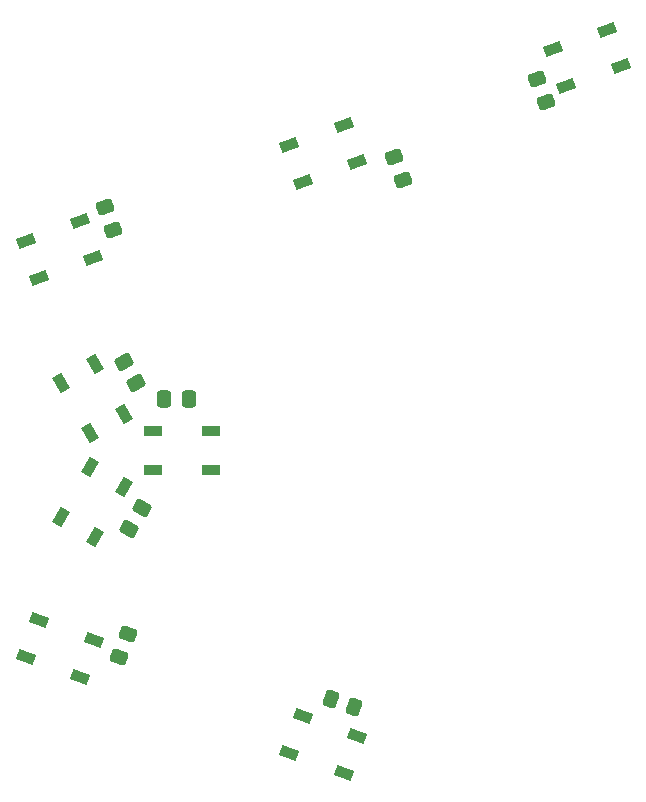
<source format=gbp>
G04 #@! TF.GenerationSoftware,KiCad,Pcbnew,7.0.1*
G04 #@! TF.CreationDate,2023-09-20T22:51:36-04:00*
G04 #@! TF.ProjectId,kirigami_pcb,6b697269-6761-46d6-995f-7063622e6b69,rev?*
G04 #@! TF.SameCoordinates,Original*
G04 #@! TF.FileFunction,Paste,Bot*
G04 #@! TF.FilePolarity,Positive*
%FSLAX46Y46*%
G04 Gerber Fmt 4.6, Leading zero omitted, Abs format (unit mm)*
G04 Created by KiCad (PCBNEW 7.0.1) date 2023-09-20 22:51:36*
%MOMM*%
%LPD*%
G01*
G04 APERTURE LIST*
G04 Aperture macros list*
%AMRoundRect*
0 Rectangle with rounded corners*
0 $1 Rounding radius*
0 $2 $3 $4 $5 $6 $7 $8 $9 X,Y pos of 4 corners*
0 Add a 4 corners polygon primitive as box body*
4,1,4,$2,$3,$4,$5,$6,$7,$8,$9,$2,$3,0*
0 Add four circle primitives for the rounded corners*
1,1,$1+$1,$2,$3*
1,1,$1+$1,$4,$5*
1,1,$1+$1,$6,$7*
1,1,$1+$1,$8,$9*
0 Add four rect primitives between the rounded corners*
20,1,$1+$1,$2,$3,$4,$5,0*
20,1,$1+$1,$4,$5,$6,$7,0*
20,1,$1+$1,$6,$7,$8,$9,0*
20,1,$1+$1,$8,$9,$2,$3,0*%
%AMRotRect*
0 Rectangle, with rotation*
0 The origin of the aperture is its center*
0 $1 length*
0 $2 width*
0 $3 Rotation angle, in degrees counterclockwise*
0 Add horizontal line*
21,1,$1,$2,0,0,$3*%
G04 Aperture macros list end*
%ADD10RoundRect,0.250000X-0.242612X0.529784X-0.580112X-0.054784X0.242612X-0.529784X0.580112X0.054784X0*%
%ADD11RotRect,1.500000X0.900000X200.000000*%
%ADD12RoundRect,0.250000X0.330922X-0.479606X0.561786X0.154687X-0.330922X0.479606X-0.561786X-0.154687X0*%
%ADD13RoundRect,0.250000X-0.561786X0.154687X-0.330922X-0.479606X0.561786X-0.154687X0.330922X0.479606X0*%
%ADD14RotRect,1.500000X0.900000X240.000000*%
%ADD15RoundRect,0.250000X0.479606X0.330922X-0.154687X0.561786X-0.479606X-0.330922X0.154687X-0.561786X0*%
%ADD16R,1.500000X0.900000*%
%ADD17RotRect,1.500000X0.900000X300.000000*%
%ADD18RoundRect,0.250000X-0.580112X0.054784X-0.242612X-0.529784X0.580112X-0.054784X0.242612X0.529784X0*%
%ADD19RotRect,1.500000X0.900000X340.000000*%
%ADD20RoundRect,0.250000X-0.337500X-0.475000X0.337500X-0.475000X0.337500X0.475000X-0.337500X0.475000X0*%
G04 APERTURE END LIST*
D10*
X182208750Y-69391499D03*
X181171250Y-71188501D03*
D11*
X176994111Y-45123761D03*
X178122777Y-48224746D03*
X173518283Y-49900645D03*
X172389617Y-46799660D03*
D12*
X180305154Y-82044931D03*
X181014846Y-80095069D03*
D11*
X221634111Y-28883761D03*
X222762777Y-31984746D03*
X218158283Y-33660645D03*
X217029617Y-30559660D03*
D13*
X179070000Y-43942000D03*
X179779692Y-45891862D03*
D14*
X177842116Y-65931476D03*
X180700000Y-67581476D03*
X178250000Y-71825000D03*
X175392116Y-70175000D03*
D15*
X200144931Y-86254846D03*
X198195069Y-85545154D03*
D13*
X215710308Y-33070138D03*
X216420000Y-35020000D03*
D16*
X183200000Y-66152340D03*
X183200000Y-62852340D03*
X188100000Y-62852340D03*
X188100000Y-66152340D03*
D17*
X175392116Y-58825000D03*
X178250000Y-57175000D03*
X180700000Y-61418524D03*
X177842116Y-63068524D03*
D18*
X180722500Y-57002998D03*
X181760000Y-58800000D03*
D13*
X203580308Y-39700138D03*
X204290000Y-41650000D03*
D19*
X172397223Y-81994746D03*
X173525889Y-78893761D03*
X178130383Y-80569660D03*
X177001717Y-83670645D03*
D20*
X184115000Y-60130000D03*
X186190000Y-60130000D03*
D11*
X199314111Y-37003761D03*
X200442777Y-40104746D03*
X195838283Y-41780645D03*
X194709617Y-38679660D03*
D19*
X194713891Y-90114328D03*
X195842557Y-87013343D03*
X200447051Y-88689242D03*
X199318385Y-91790227D03*
M02*

</source>
